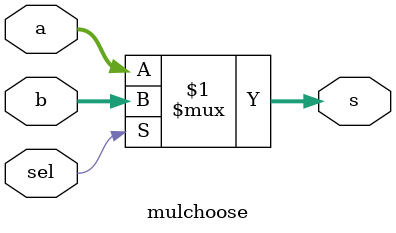
<source format=v>
`timescale 1ns / 1ps

module mulchoose(a,b,sel,s);
    parameter N = 8;
    input [N-1:0] a;
    input [N-1:0] b;
    input sel;
    output [N-1:0] s;
    
    assign s = sel ? b : a;
endmodule
</source>
